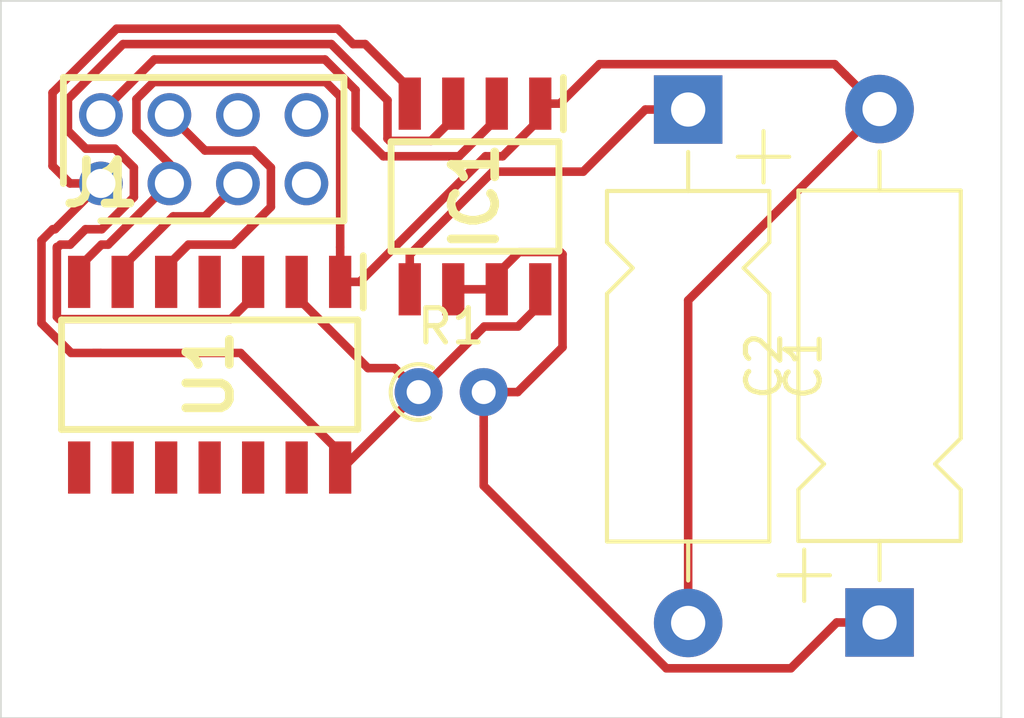
<source format=kicad_pcb>
(kicad_pcb (version 20171130) (host pcbnew "(5.1.0)-1")

  (general
    (thickness 1.6)
    (drawings 5)
    (tracks 120)
    (zones 0)
    (modules 6)
    (nets 19)
  )

  (page A4)
  (layers
    (0 F.Cu signal)
    (31 B.Cu signal)
    (32 B.Adhes user)
    (33 F.Adhes user)
    (34 B.Paste user)
    (35 F.Paste user)
    (36 B.SilkS user)
    (37 F.SilkS user)
    (38 B.Mask user)
    (39 F.Mask user)
    (40 Dwgs.User user)
    (41 Cmts.User user)
    (42 Eco1.User user)
    (43 Eco2.User user)
    (44 Edge.Cuts user)
    (45 Margin user)
    (46 B.CrtYd user)
    (47 F.CrtYd user)
    (48 B.Fab user)
    (49 F.Fab user)
  )

  (setup
    (last_trace_width 0.25)
    (trace_clearance 0.2)
    (zone_clearance 0.508)
    (zone_45_only no)
    (trace_min 0.2)
    (via_size 0.8)
    (via_drill 0.4)
    (via_min_size 0.4)
    (via_min_drill 0.3)
    (uvia_size 0.3)
    (uvia_drill 0.1)
    (uvias_allowed no)
    (uvia_min_size 0.2)
    (uvia_min_drill 0.1)
    (edge_width 0.05)
    (segment_width 0.2)
    (pcb_text_width 0.3)
    (pcb_text_size 1.5 1.5)
    (mod_edge_width 0.12)
    (mod_text_size 1 1)
    (mod_text_width 0.15)
    (pad_size 1.524 1.524)
    (pad_drill 0.762)
    (pad_to_mask_clearance 0.051)
    (solder_mask_min_width 0.25)
    (aux_axis_origin 0 0)
    (visible_elements 7FFFFFFF)
    (pcbplotparams
      (layerselection 0x010fc_ffffffff)
      (usegerberextensions false)
      (usegerberattributes false)
      (usegerberadvancedattributes false)
      (creategerberjobfile false)
      (excludeedgelayer true)
      (linewidth 0.100000)
      (plotframeref false)
      (viasonmask false)
      (mode 1)
      (useauxorigin false)
      (hpglpennumber 1)
      (hpglpenspeed 20)
      (hpglpendiameter 15.000000)
      (psnegative false)
      (psa4output false)
      (plotreference true)
      (plotvalue true)
      (plotinvisibletext false)
      (padsonsilk false)
      (subtractmaskfromsilk false)
      (outputformat 1)
      (mirror false)
      (drillshape 0)
      (scaleselection 1)
      (outputdirectory "Discharge/"))
  )

  (net 0 "")
  (net 1 "Net-(C1-Pad2)")
  (net 2 "Net-(C1-Pad1)")
  (net 3 "Net-(C2-Pad1)")
  (net 4 "Net-(IC1-Pad2)")
  (net 5 "Net-(IC1-Pad3)")
  (net 6 "Net-(IC1-Pad4)")
  (net 7 "Net-(J1-Pad4)")
  (net 8 "Net-(J1-Pad5)")
  (net 9 "Net-(J1-Pad6)")
  (net 10 "Net-(J1-Pad7)")
  (net 11 "Net-(J1-Pad8)")
  (net 12 "Net-(U1-Pad4)")
  (net 13 "Net-(U1-Pad8)")
  (net 14 "Net-(U1-Pad9)")
  (net 15 "Net-(U1-Pad10)")
  (net 16 "Net-(U1-Pad11)")
  (net 17 "Net-(U1-Pad12)")
  (net 18 "Net-(U1-Pad13)")

  (net_class Default "This is the default net class."
    (clearance 0.2)
    (trace_width 0.25)
    (via_dia 0.8)
    (via_drill 0.4)
    (uvia_dia 0.3)
    (uvia_drill 0.1)
    (add_net "Net-(C1-Pad1)")
    (add_net "Net-(C1-Pad2)")
    (add_net "Net-(C2-Pad1)")
    (add_net "Net-(IC1-Pad2)")
    (add_net "Net-(IC1-Pad3)")
    (add_net "Net-(IC1-Pad4)")
    (add_net "Net-(J1-Pad4)")
    (add_net "Net-(J1-Pad5)")
    (add_net "Net-(J1-Pad6)")
    (add_net "Net-(J1-Pad7)")
    (add_net "Net-(J1-Pad8)")
    (add_net "Net-(U1-Pad10)")
    (add_net "Net-(U1-Pad11)")
    (add_net "Net-(U1-Pad12)")
    (add_net "Net-(U1-Pad13)")
    (add_net "Net-(U1-Pad4)")
    (add_net "Net-(U1-Pad8)")
    (add_net "Net-(U1-Pad9)")
  )

  (module SamacSys_Parts:SOIC127P600X175-14N (layer F.Cu) (tedit 0) (tstamp 5D4C43D8)
    (at 51.181 89.027 270)
    (descr "D(R-PDSO-G14)")
    (tags "Integrated Circuit")
    (path /5D359DB4)
    (attr smd)
    (fp_text reference U1 (at 0 0 270) (layer F.SilkS)
      (effects (font (size 1.27 1.27) (thickness 0.254)))
    )
    (fp_text value SN74LS74AD (at 0 0 270) (layer F.SilkS) hide
      (effects (font (size 1.27 1.27) (thickness 0.254)))
    )
    (fp_text user %R (at 0 0 270) (layer F.Fab)
      (effects (font (size 1.27 1.27) (thickness 0.254)))
    )
    (fp_line (start -3.725 -4.625) (end 3.725 -4.625) (layer F.CrtYd) (width 0.05))
    (fp_line (start 3.725 -4.625) (end 3.725 4.625) (layer F.CrtYd) (width 0.05))
    (fp_line (start 3.725 4.625) (end -3.725 4.625) (layer F.CrtYd) (width 0.05))
    (fp_line (start -3.725 4.625) (end -3.725 -4.625) (layer F.CrtYd) (width 0.05))
    (fp_line (start -1.95 -4.325) (end 1.95 -4.325) (layer F.Fab) (width 0.1))
    (fp_line (start 1.95 -4.325) (end 1.95 4.325) (layer F.Fab) (width 0.1))
    (fp_line (start 1.95 4.325) (end -1.95 4.325) (layer F.Fab) (width 0.1))
    (fp_line (start -1.95 4.325) (end -1.95 -4.325) (layer F.Fab) (width 0.1))
    (fp_line (start -1.95 -3.055) (end -0.68 -4.325) (layer F.Fab) (width 0.1))
    (fp_line (start -1.6 -4.325) (end 1.6 -4.325) (layer F.SilkS) (width 0.2))
    (fp_line (start 1.6 -4.325) (end 1.6 4.325) (layer F.SilkS) (width 0.2))
    (fp_line (start 1.6 4.325) (end -1.6 4.325) (layer F.SilkS) (width 0.2))
    (fp_line (start -1.6 4.325) (end -1.6 -4.325) (layer F.SilkS) (width 0.2))
    (fp_line (start -3.475 -4.485) (end -1.95 -4.485) (layer F.SilkS) (width 0.2))
    (pad 1 smd rect (at -2.712 -3.81) (size 0.65 1.525) (layers F.Cu F.Paste F.Mask)
      (net 1 "Net-(C1-Pad2)"))
    (pad 2 smd rect (at -2.712 -2.54) (size 0.65 1.525) (layers F.Cu F.Paste F.Mask)
      (net 6 "Net-(IC1-Pad4)"))
    (pad 3 smd rect (at -2.712 -1.27) (size 0.65 1.525) (layers F.Cu F.Paste F.Mask)
      (net 5 "Net-(IC1-Pad3)"))
    (pad 4 smd rect (at -2.712 0) (size 0.65 1.525) (layers F.Cu F.Paste F.Mask)
      (net 12 "Net-(U1-Pad4)"))
    (pad 5 smd rect (at -2.712 1.27) (size 0.65 1.525) (layers F.Cu F.Paste F.Mask)
      (net 7 "Net-(J1-Pad4)"))
    (pad 6 smd rect (at -2.712 2.54) (size 0.65 1.525) (layers F.Cu F.Paste F.Mask)
      (net 8 "Net-(J1-Pad5)"))
    (pad 7 smd rect (at -2.712 3.81) (size 0.65 1.525) (layers F.Cu F.Paste F.Mask)
      (net 1 "Net-(C1-Pad2)"))
    (pad 8 smd rect (at 2.712 3.81) (size 0.65 1.525) (layers F.Cu F.Paste F.Mask)
      (net 13 "Net-(U1-Pad8)"))
    (pad 9 smd rect (at 2.712 2.54) (size 0.65 1.525) (layers F.Cu F.Paste F.Mask)
      (net 14 "Net-(U1-Pad9)"))
    (pad 10 smd rect (at 2.712 1.27) (size 0.65 1.525) (layers F.Cu F.Paste F.Mask)
      (net 15 "Net-(U1-Pad10)"))
    (pad 11 smd rect (at 2.712 0) (size 0.65 1.525) (layers F.Cu F.Paste F.Mask)
      (net 16 "Net-(U1-Pad11)"))
    (pad 12 smd rect (at 2.712 -1.27) (size 0.65 1.525) (layers F.Cu F.Paste F.Mask)
      (net 17 "Net-(U1-Pad12)"))
    (pad 13 smd rect (at 2.712 -2.54) (size 0.65 1.525) (layers F.Cu F.Paste F.Mask)
      (net 18 "Net-(U1-Pad13)"))
    (pad 14 smd rect (at 2.712 -3.81) (size 0.65 1.525) (layers F.Cu F.Paste F.Mask)
      (net 6 "Net-(IC1-Pad4)"))
    (model "F:\\FS electric vehicle\\KiCAD Models\\SamacSys_Parts.3dshapes\\SN74LS74AD.stp"
      (at (xyz 0 0 0))
      (scale (xyz 1 1 1))
      (rotate (xyz 0 0 0))
    )
  )

  (module SamacSys_Parts:SHDR8W46P200_2X4_819X419X444P (layer F.Cu) (tedit 0) (tstamp 5D5D6B89)
    (at 48.006 83.439)
    (descr 79107-7003_a)
    (tags Connector)
    (path /5D5D3B3E)
    (fp_text reference J1 (at 0 0) (layer F.SilkS)
      (effects (font (size 1.27 1.27) (thickness 0.254)))
    )
    (fp_text value 79107-7003 (at 0 0) (layer F.SilkS) hide
      (effects (font (size 1.27 1.27) (thickness 0.254)))
    )
    (fp_line (start -1.095 -3.095) (end -1.095 0) (layer F.SilkS) (width 0.2))
    (fp_line (start 7.095 -3.095) (end -1.095 -3.095) (layer F.SilkS) (width 0.2))
    (fp_line (start 7.095 1.095) (end 7.095 -3.095) (layer F.SilkS) (width 0.2))
    (fp_line (start 0 1.095) (end 7.095 1.095) (layer F.SilkS) (width 0.2))
    (fp_line (start 7.095 1.095) (end -1.095 1.095) (layer F.Fab) (width 0.1))
    (fp_line (start 7.095 -3.095) (end 7.095 1.095) (layer F.Fab) (width 0.1))
    (fp_line (start -1.095 -3.095) (end 7.095 -3.095) (layer F.Fab) (width 0.1))
    (fp_line (start -1.095 1.095) (end -1.095 -3.095) (layer F.Fab) (width 0.1))
    (fp_line (start 7.345 1.345) (end -1.345 1.345) (layer F.CrtYd) (width 0.05))
    (fp_line (start 7.345 -3.345) (end 7.345 1.345) (layer F.CrtYd) (width 0.05))
    (fp_line (start -1.345 -3.345) (end 7.345 -3.345) (layer F.CrtYd) (width 0.05))
    (fp_line (start -1.345 1.345) (end -1.345 -3.345) (layer F.CrtYd) (width 0.05))
    (fp_text user %R (at 0 0) (layer F.Fab)
      (effects (font (size 1.27 1.27) (thickness 0.254)))
    )
    (pad 8 thru_hole circle (at 6 -2) (size 1.275 1.275) (drill 0.85) (layers *.Cu *.Mask)
      (net 11 "Net-(J1-Pad8)"))
    (pad 7 thru_hole circle (at 6 0) (size 1.275 1.275) (drill 0.85) (layers *.Cu *.Mask)
      (net 10 "Net-(J1-Pad7)"))
    (pad 6 thru_hole circle (at 4 -2) (size 1.275 1.275) (drill 0.85) (layers *.Cu *.Mask)
      (net 9 "Net-(J1-Pad6)"))
    (pad 5 thru_hole circle (at 4 0) (size 1.275 1.275) (drill 0.85) (layers *.Cu *.Mask)
      (net 8 "Net-(J1-Pad5)"))
    (pad 4 thru_hole circle (at 2 -2) (size 1.275 1.275) (drill 0.85) (layers *.Cu *.Mask)
      (net 7 "Net-(J1-Pad4)"))
    (pad 3 thru_hole circle (at 2 0) (size 1.275 1.275) (drill 0.85) (layers *.Cu *.Mask)
      (net 1 "Net-(C1-Pad2)"))
    (pad 2 thru_hole circle (at 0 -2) (size 1.275 1.275) (drill 0.85) (layers *.Cu *.Mask)
      (net 4 "Net-(IC1-Pad2)"))
    (pad 1 thru_hole circle (at 0 0) (size 1.275 1.275) (drill 0.85) (layers *.Cu *.Mask)
      (net 6 "Net-(IC1-Pad4)"))
    (model "F:\\FS electric vehicle\\KiCAD Models\\SamacSys_Parts.3dshapes\\79107-7003.stp"
      (at (xyz 0 0 0))
      (scale (xyz 1 1 1))
      (rotate (xyz 0 0 0))
    )
  )

  (module Capacitor_THT:CP_Axial_L10.0mm_D4.5mm_P15.00mm_Horizontal (layer F.Cu) (tedit 5AE50EF2) (tstamp 5D4C434F)
    (at 65.151 81.28 270)
    (descr "CP, Axial series, Axial, Horizontal, pin pitch=15mm, , length*diameter=10*4.5mm^2, Electrolytic Capacitor, , http://www.vishay.com/docs/28325/021asm.pdf")
    (tags "CP Axial series Axial Horizontal pin pitch 15mm  length 10mm diameter 4.5mm Electrolytic Capacitor")
    (path /5D3603AA)
    (fp_text reference C1 (at 7.5 -3.37 270) (layer F.SilkS)
      (effects (font (size 1 1) (thickness 0.15)))
    )
    (fp_text value 0.1u (at 7.5 3.37 270) (layer F.Fab)
      (effects (font (size 1 1) (thickness 0.15)))
    )
    (fp_text user %R (at 7.5 0 270) (layer F.Fab)
      (effects (font (size 1 1) (thickness 0.15)))
    )
    (fp_line (start 16.25 -2.5) (end -1.25 -2.5) (layer F.CrtYd) (width 0.05))
    (fp_line (start 16.25 2.5) (end 16.25 -2.5) (layer F.CrtYd) (width 0.05))
    (fp_line (start -1.25 2.5) (end 16.25 2.5) (layer F.CrtYd) (width 0.05))
    (fp_line (start -1.25 -2.5) (end -1.25 2.5) (layer F.CrtYd) (width 0.05))
    (fp_line (start 13.76 0) (end 12.62 0) (layer F.SilkS) (width 0.12))
    (fp_line (start 1.24 0) (end 2.38 0) (layer F.SilkS) (width 0.12))
    (fp_line (start 5.38 2.37) (end 12.62 2.37) (layer F.SilkS) (width 0.12))
    (fp_line (start 4.63 1.62) (end 5.38 2.37) (layer F.SilkS) (width 0.12))
    (fp_line (start 3.88 2.37) (end 4.63 1.62) (layer F.SilkS) (width 0.12))
    (fp_line (start 2.38 2.37) (end 3.88 2.37) (layer F.SilkS) (width 0.12))
    (fp_line (start 5.38 -2.37) (end 12.62 -2.37) (layer F.SilkS) (width 0.12))
    (fp_line (start 4.63 -1.62) (end 5.38 -2.37) (layer F.SilkS) (width 0.12))
    (fp_line (start 3.88 -2.37) (end 4.63 -1.62) (layer F.SilkS) (width 0.12))
    (fp_line (start 2.38 -2.37) (end 3.88 -2.37) (layer F.SilkS) (width 0.12))
    (fp_line (start 12.62 -2.37) (end 12.62 2.37) (layer F.SilkS) (width 0.12))
    (fp_line (start 2.38 -2.37) (end 2.38 2.37) (layer F.SilkS) (width 0.12))
    (fp_line (start 1.38 -2.95) (end 1.38 -1.45) (layer F.SilkS) (width 0.12))
    (fp_line (start 0.63 -2.2) (end 2.13 -2.2) (layer F.SilkS) (width 0.12))
    (fp_line (start 4.65 -0.75) (end 4.65 0.75) (layer F.Fab) (width 0.1))
    (fp_line (start 3.9 0) (end 5.4 0) (layer F.Fab) (width 0.1))
    (fp_line (start 15 0) (end 12.5 0) (layer F.Fab) (width 0.1))
    (fp_line (start 0 0) (end 2.5 0) (layer F.Fab) (width 0.1))
    (fp_line (start 5.38 2.25) (end 12.5 2.25) (layer F.Fab) (width 0.1))
    (fp_line (start 4.63 1.5) (end 5.38 2.25) (layer F.Fab) (width 0.1))
    (fp_line (start 3.88 2.25) (end 4.63 1.5) (layer F.Fab) (width 0.1))
    (fp_line (start 2.5 2.25) (end 3.88 2.25) (layer F.Fab) (width 0.1))
    (fp_line (start 5.38 -2.25) (end 12.5 -2.25) (layer F.Fab) (width 0.1))
    (fp_line (start 4.63 -1.5) (end 5.38 -2.25) (layer F.Fab) (width 0.1))
    (fp_line (start 3.88 -2.25) (end 4.63 -1.5) (layer F.Fab) (width 0.1))
    (fp_line (start 2.5 -2.25) (end 3.88 -2.25) (layer F.Fab) (width 0.1))
    (fp_line (start 12.5 -2.25) (end 12.5 2.25) (layer F.Fab) (width 0.1))
    (fp_line (start 2.5 -2.25) (end 2.5 2.25) (layer F.Fab) (width 0.1))
    (pad 2 thru_hole oval (at 15 0 270) (size 2 2) (drill 1) (layers *.Cu *.Mask)
      (net 1 "Net-(C1-Pad2)"))
    (pad 1 thru_hole rect (at 0 0 270) (size 2 2) (drill 1) (layers *.Cu *.Mask)
      (net 2 "Net-(C1-Pad1)"))
    (model ${KISYS3DMOD}/Capacitor_THT.3dshapes/CP_Axial_L10.0mm_D4.5mm_P15.00mm_Horizontal.wrl
      (at (xyz 0 0 0))
      (scale (xyz 1 1 1))
      (rotate (xyz 0 0 0))
    )
  )

  (module Capacitor_THT:CP_Axial_L10.0mm_D4.5mm_P15.00mm_Horizontal (layer F.Cu) (tedit 5AE50EF2) (tstamp 5D4C4376)
    (at 70.739 96.266 90)
    (descr "CP, Axial series, Axial, Horizontal, pin pitch=15mm, , length*diameter=10*4.5mm^2, Electrolytic Capacitor, , http://www.vishay.com/docs/28325/021asm.pdf")
    (tags "CP Axial series Axial Horizontal pin pitch 15mm  length 10mm diameter 4.5mm Electrolytic Capacitor")
    (path /5D35EE03)
    (fp_text reference C2 (at 7.5 -3.37 90) (layer F.SilkS)
      (effects (font (size 1 1) (thickness 0.15)))
    )
    (fp_text value 100u (at 7.5 3.37 90) (layer F.Fab)
      (effects (font (size 1 1) (thickness 0.15)))
    )
    (fp_line (start 2.5 -2.25) (end 2.5 2.25) (layer F.Fab) (width 0.1))
    (fp_line (start 12.5 -2.25) (end 12.5 2.25) (layer F.Fab) (width 0.1))
    (fp_line (start 2.5 -2.25) (end 3.88 -2.25) (layer F.Fab) (width 0.1))
    (fp_line (start 3.88 -2.25) (end 4.63 -1.5) (layer F.Fab) (width 0.1))
    (fp_line (start 4.63 -1.5) (end 5.38 -2.25) (layer F.Fab) (width 0.1))
    (fp_line (start 5.38 -2.25) (end 12.5 -2.25) (layer F.Fab) (width 0.1))
    (fp_line (start 2.5 2.25) (end 3.88 2.25) (layer F.Fab) (width 0.1))
    (fp_line (start 3.88 2.25) (end 4.63 1.5) (layer F.Fab) (width 0.1))
    (fp_line (start 4.63 1.5) (end 5.38 2.25) (layer F.Fab) (width 0.1))
    (fp_line (start 5.38 2.25) (end 12.5 2.25) (layer F.Fab) (width 0.1))
    (fp_line (start 0 0) (end 2.5 0) (layer F.Fab) (width 0.1))
    (fp_line (start 15 0) (end 12.5 0) (layer F.Fab) (width 0.1))
    (fp_line (start 3.9 0) (end 5.4 0) (layer F.Fab) (width 0.1))
    (fp_line (start 4.65 -0.75) (end 4.65 0.75) (layer F.Fab) (width 0.1))
    (fp_line (start 0.63 -2.2) (end 2.13 -2.2) (layer F.SilkS) (width 0.12))
    (fp_line (start 1.38 -2.95) (end 1.38 -1.45) (layer F.SilkS) (width 0.12))
    (fp_line (start 2.38 -2.37) (end 2.38 2.37) (layer F.SilkS) (width 0.12))
    (fp_line (start 12.62 -2.37) (end 12.62 2.37) (layer F.SilkS) (width 0.12))
    (fp_line (start 2.38 -2.37) (end 3.88 -2.37) (layer F.SilkS) (width 0.12))
    (fp_line (start 3.88 -2.37) (end 4.63 -1.62) (layer F.SilkS) (width 0.12))
    (fp_line (start 4.63 -1.62) (end 5.38 -2.37) (layer F.SilkS) (width 0.12))
    (fp_line (start 5.38 -2.37) (end 12.62 -2.37) (layer F.SilkS) (width 0.12))
    (fp_line (start 2.38 2.37) (end 3.88 2.37) (layer F.SilkS) (width 0.12))
    (fp_line (start 3.88 2.37) (end 4.63 1.62) (layer F.SilkS) (width 0.12))
    (fp_line (start 4.63 1.62) (end 5.38 2.37) (layer F.SilkS) (width 0.12))
    (fp_line (start 5.38 2.37) (end 12.62 2.37) (layer F.SilkS) (width 0.12))
    (fp_line (start 1.24 0) (end 2.38 0) (layer F.SilkS) (width 0.12))
    (fp_line (start 13.76 0) (end 12.62 0) (layer F.SilkS) (width 0.12))
    (fp_line (start -1.25 -2.5) (end -1.25 2.5) (layer F.CrtYd) (width 0.05))
    (fp_line (start -1.25 2.5) (end 16.25 2.5) (layer F.CrtYd) (width 0.05))
    (fp_line (start 16.25 2.5) (end 16.25 -2.5) (layer F.CrtYd) (width 0.05))
    (fp_line (start 16.25 -2.5) (end -1.25 -2.5) (layer F.CrtYd) (width 0.05))
    (fp_text user %R (at 7.5 0 90) (layer F.Fab)
      (effects (font (size 1 1) (thickness 0.15)))
    )
    (pad 1 thru_hole rect (at 0 0 90) (size 2 2) (drill 1) (layers *.Cu *.Mask)
      (net 3 "Net-(C2-Pad1)"))
    (pad 2 thru_hole oval (at 15 0 90) (size 2 2) (drill 1) (layers *.Cu *.Mask)
      (net 1 "Net-(C1-Pad2)"))
    (model ${KISYS3DMOD}/Capacitor_THT.3dshapes/CP_Axial_L10.0mm_D4.5mm_P15.00mm_Horizontal.wrl
      (at (xyz 0 0 0))
      (scale (xyz 1 1 1))
      (rotate (xyz 0 0 0))
    )
  )

  (module SamacSys_Parts:NE555DR (layer F.Cu) (tedit 0) (tstamp 5D4C4390)
    (at 58.928 83.82 270)
    (descr "D (R-PDSO-G8)")
    (tags "Integrated Circuit")
    (path /5D4C44DF)
    (attr smd)
    (fp_text reference IC1 (at 0 0 270) (layer F.SilkS)
      (effects (font (size 1.27 1.27) (thickness 0.254)))
    )
    (fp_text value LM555CN_NOPB (at 0 0 270) (layer F.SilkS) hide
      (effects (font (size 1.27 1.27) (thickness 0.254)))
    )
    (fp_line (start -3.725 -2.75) (end 3.725 -2.75) (layer Dwgs.User) (width 0.05))
    (fp_line (start 3.725 -2.75) (end 3.725 2.75) (layer Dwgs.User) (width 0.05))
    (fp_line (start 3.725 2.75) (end -3.725 2.75) (layer Dwgs.User) (width 0.05))
    (fp_line (start -3.725 2.75) (end -3.725 -2.75) (layer Dwgs.User) (width 0.05))
    (fp_line (start -1.95 -2.45) (end 1.95 -2.45) (layer Dwgs.User) (width 0.1))
    (fp_line (start 1.95 -2.45) (end 1.95 2.45) (layer Dwgs.User) (width 0.1))
    (fp_line (start 1.95 2.45) (end -1.95 2.45) (layer Dwgs.User) (width 0.1))
    (fp_line (start -1.95 2.45) (end -1.95 -2.45) (layer Dwgs.User) (width 0.1))
    (fp_line (start -1.95 -1.18) (end -0.68 -2.45) (layer Dwgs.User) (width 0.1))
    (fp_line (start -1.6 -2.45) (end 1.6 -2.45) (layer F.SilkS) (width 0.2))
    (fp_line (start 1.6 -2.45) (end 1.6 2.45) (layer F.SilkS) (width 0.2))
    (fp_line (start 1.6 2.45) (end -1.6 2.45) (layer F.SilkS) (width 0.2))
    (fp_line (start -1.6 2.45) (end -1.6 -2.45) (layer F.SilkS) (width 0.2))
    (fp_line (start -3.475 -2.58) (end -1.95 -2.58) (layer F.SilkS) (width 0.2))
    (pad 1 smd rect (at -2.712 -1.905) (size 0.65 1.525) (layers F.Cu F.Paste)
      (net 1 "Net-(C1-Pad2)"))
    (pad 2 smd rect (at -2.712 -0.635) (size 0.65 1.525) (layers F.Cu F.Paste)
      (net 4 "Net-(IC1-Pad2)"))
    (pad 3 smd rect (at -2.712 0.635) (size 0.65 1.525) (layers F.Cu F.Paste)
      (net 5 "Net-(IC1-Pad3)"))
    (pad 4 smd rect (at -2.712 1.905) (size 0.65 1.525) (layers F.Cu F.Paste)
      (net 6 "Net-(IC1-Pad4)"))
    (pad 5 smd rect (at 2.712 1.905) (size 0.65 1.525) (layers F.Cu F.Paste)
      (net 2 "Net-(C1-Pad1)"))
    (pad 6 smd rect (at 2.712 0.635) (size 0.65 1.525) (layers F.Cu F.Paste)
      (net 3 "Net-(C2-Pad1)"))
    (pad 7 smd rect (at 2.712 -0.635) (size 0.65 1.525) (layers F.Cu F.Paste)
      (net 3 "Net-(C2-Pad1)"))
    (pad 8 smd rect (at 2.712 -1.905) (size 0.65 1.525) (layers F.Cu F.Paste)
      (net 6 "Net-(IC1-Pad4)"))
    (model "F:\\FS electric vehicle\\KiCAD Models\\SamacSys_Parts.3dshapes\\NE555DR.stp"
      (at (xyz 0 0 0))
      (scale (xyz 1 1 1))
      (rotate (xyz 0 0 0))
    )
  )

  (module Resistor_THT:R_Axial_DIN0204_L3.6mm_D1.6mm_P1.90mm_Vertical (layer F.Cu) (tedit 5AE5139B) (tstamp 5D4C43B7)
    (at 57.282 89.535)
    (descr "Resistor, Axial_DIN0204 series, Axial, Vertical, pin pitch=1.9mm, 0.167W, length*diameter=3.6*1.6mm^2, http://cdn-reichelt.de/documents/datenblatt/B400/1_4W%23YAG.pdf")
    (tags "Resistor Axial_DIN0204 series Axial Vertical pin pitch 1.9mm 0.167W length 3.6mm diameter 1.6mm")
    (path /5D35D77C)
    (fp_text reference R1 (at 0.95 -1.92) (layer F.SilkS)
      (effects (font (size 1 1) (thickness 0.15)))
    )
    (fp_text value 10k (at 0.95 1.92) (layer F.Fab)
      (effects (font (size 1 1) (thickness 0.15)))
    )
    (fp_arc (start 0 0) (end 0.417133 -0.7) (angle -233.92106) (layer F.SilkS) (width 0.12))
    (fp_circle (center 0 0) (end 0.8 0) (layer F.Fab) (width 0.1))
    (fp_line (start 0 0) (end 1.9 0) (layer F.Fab) (width 0.1))
    (fp_line (start -1.05 -1.05) (end -1.05 1.05) (layer F.CrtYd) (width 0.05))
    (fp_line (start -1.05 1.05) (end 2.86 1.05) (layer F.CrtYd) (width 0.05))
    (fp_line (start 2.86 1.05) (end 2.86 -1.05) (layer F.CrtYd) (width 0.05))
    (fp_line (start 2.86 -1.05) (end -1.05 -1.05) (layer F.CrtYd) (width 0.05))
    (fp_text user %R (at 0.95 -1.92) (layer F.Fab)
      (effects (font (size 1 1) (thickness 0.15)))
    )
    (pad 1 thru_hole circle (at 0 0) (size 1.4 1.4) (drill 0.7) (layers *.Cu *.Mask)
      (net 6 "Net-(IC1-Pad4)"))
    (pad 2 thru_hole oval (at 1.9 0) (size 1.4 1.4) (drill 0.7) (layers *.Cu *.Mask)
      (net 3 "Net-(C2-Pad1)"))
    (model ${KISYS3DMOD}/Resistor_THT.3dshapes/R_Axial_DIN0204_L3.6mm_D1.6mm_P1.90mm_Vertical.wrl
      (at (xyz 0 0 0))
      (scale (xyz 1 1 1))
      (rotate (xyz 0 0 0))
    )
  )

  (gr_line (start 45.085 99.06) (end 45.085 78.105) (layer Edge.Cuts) (width 0.05) (tstamp 5D5D78FA))
  (gr_line (start 74.295 99.06) (end 45.085 99.06) (layer Edge.Cuts) (width 0.05))
  (gr_line (start 74.295 78.105) (end 74.295 99.06) (layer Edge.Cuts) (width 0.05))
  (gr_line (start 45.085 78.105) (end 74.295 78.105) (layer Edge.Cuts) (width 0.05))
  (gr_text DISCHARGE (at 53.34 94.742) (layer F.Mask)
    (effects (font (size 1.5 1.5) (thickness 0.3)))
  )

  (segment (start 60.833 81.5455) (end 60.833 81.108) (width 0.25) (layer F.Cu) (net 1))
  (segment (start 59.73299 82.64551) (end 60.833 81.5455) (width 0.25) (layer F.Cu) (net 1))
  (segment (start 54.991 86.315) (end 54.991 85.8775) (width 0.25) (layer F.Cu) (net 1))
  (segment (start 69.739001 80.266001) (end 70.739 81.266) (width 0.25) (layer F.Cu) (net 1))
  (segment (start 69.427999 79.954999) (end 69.739001 80.266001) (width 0.25) (layer F.Cu) (net 1))
  (segment (start 62.561001 79.954999) (end 69.427999 79.954999) (width 0.25) (layer F.Cu) (net 1))
  (segment (start 61.408 81.108) (end 62.561001 79.954999) (width 0.25) (layer F.Cu) (net 1))
  (segment (start 60.833 81.108) (end 61.408 81.108) (width 0.25) (layer F.Cu) (net 1))
  (segment (start 65.151 86.854) (end 70.739 81.266) (width 0.25) (layer F.Cu) (net 1))
  (segment (start 65.151 96.28) (end 65.151 86.854) (width 0.25) (layer F.Cu) (net 1))
  (segment (start 54.568499 80.476499) (end 54.991 80.899) (width 0.25) (layer F.Cu) (net 1))
  (segment (start 54.991 85.3025) (end 54.991 86.315) (width 0.25) (layer F.Cu) (net 1))
  (segment (start 54.991 80.899) (end 54.991 85.3025) (width 0.25) (layer F.Cu) (net 1))
  (segment (start 49.543999 80.476499) (end 54.568499 80.476499) (width 0.25) (layer F.Cu) (net 1))
  (segment (start 49.043499 80.976999) (end 49.543999 80.476499) (width 0.25) (layer F.Cu) (net 1))
  (segment (start 49.043499 81.901001) (end 49.043499 80.976999) (width 0.25) (layer F.Cu) (net 1))
  (segment (start 50.006 82.863502) (end 49.043499 81.901001) (width 0.25) (layer F.Cu) (net 1))
  (segment (start 50.006 83.439) (end 50.006 82.863502) (width 0.25) (layer F.Cu) (net 1))
  (segment (start 47.371 85.8775) (end 47.371 86.315) (width 0.25) (layer F.Cu) (net 1))
  (segment (start 48.021001 85.227499) (end 47.371 85.8775) (width 0.25) (layer F.Cu) (net 1))
  (segment (start 48.217501 85.227499) (end 48.021001 85.227499) (width 0.25) (layer F.Cu) (net 1))
  (segment (start 50.006 83.439) (end 48.217501 85.227499) (width 0.25) (layer F.Cu) (net 1))
  (segment (start 55.566 86.315) (end 54.991 86.315) (width 0.25) (layer F.Cu) (net 1))
  (segment (start 59.23549 82.64551) (end 55.566 86.315) (width 0.25) (layer F.Cu) (net 1))
  (segment (start 59.73299 82.64551) (end 59.23549 82.64551) (width 0.25) (layer F.Cu) (net 1))
  (segment (start 63.901 81.28) (end 65.151 81.28) (width 0.25) (layer F.Cu) (net 2))
  (segment (start 62.085481 83.095519) (end 63.901 81.28) (width 0.25) (layer F.Cu) (net 2))
  (segment (start 59.446981 83.095519) (end 62.085481 83.095519) (width 0.25) (layer F.Cu) (net 2))
  (segment (start 57.023 85.5195) (end 59.446981 83.095519) (width 0.25) (layer F.Cu) (net 2))
  (segment (start 57.023 86.532) (end 57.023 85.5195) (width 0.25) (layer F.Cu) (net 2))
  (segment (start 58.293 86.532) (end 59.563 86.532) (width 0.25) (layer F.Cu) (net 3))
  (segment (start 59.563 86.0945) (end 59.563 86.532) (width 0.25) (layer F.Cu) (net 3))
  (segment (start 61.418001 85.444499) (end 60.213001 85.444499) (width 0.25) (layer F.Cu) (net 3))
  (segment (start 61.483001 88.223948) (end 61.483001 85.509499) (width 0.25) (layer F.Cu) (net 3))
  (segment (start 61.483001 85.509499) (end 61.418001 85.444499) (width 0.25) (layer F.Cu) (net 3))
  (segment (start 60.171949 89.535) (end 61.483001 88.223948) (width 0.25) (layer F.Cu) (net 3))
  (segment (start 60.213001 85.444499) (end 59.563 86.0945) (width 0.25) (layer F.Cu) (net 3))
  (segment (start 59.182 89.535) (end 60.171949 89.535) (width 0.25) (layer F.Cu) (net 3))
  (segment (start 59.182 90.524949) (end 59.182 89.535) (width 0.25) (layer F.Cu) (net 3))
  (segment (start 59.182 92.272002) (end 59.182 90.524949) (width 0.25) (layer F.Cu) (net 3))
  (segment (start 64.514999 97.605001) (end 59.182 92.272002) (width 0.25) (layer F.Cu) (net 3))
  (segment (start 68.149999 97.605001) (end 64.514999 97.605001) (width 0.25) (layer F.Cu) (net 3))
  (segment (start 69.489 96.266) (end 68.149999 97.605001) (width 0.25) (layer F.Cu) (net 3))
  (segment (start 70.739 96.266) (end 69.489 96.266) (width 0.25) (layer F.Cu) (net 3))
  (segment (start 56.251599 82.645511) (end 58.462989 82.645511) (width 0.25) (layer F.Cu) (net 4))
  (segment (start 58.462989 82.645511) (end 59.563 81.5455) (width 0.25) (layer F.Cu) (net 4))
  (segment (start 48.006 81.439) (end 48.006 81.378088) (width 0.25) (layer F.Cu) (net 4))
  (segment (start 48.006 81.378088) (end 49.566079 79.818009) (width 0.25) (layer F.Cu) (net 4))
  (segment (start 49.566079 79.818009) (end 54.546419 79.818009) (width 0.25) (layer F.Cu) (net 4))
  (segment (start 54.546419 79.818009) (end 55.441009 80.712599) (width 0.25) (layer F.Cu) (net 4))
  (segment (start 55.441009 80.712599) (end 55.441009 81.834921) (width 0.25) (layer F.Cu) (net 4))
  (segment (start 59.563 81.5455) (end 59.563 81.108) (width 0.25) (layer F.Cu) (net 4))
  (segment (start 55.441009 81.834921) (end 56.251599 82.645511) (width 0.25) (layer F.Cu) (net 4))
  (segment (start 58.293 81.108) (end 58.293 80.6705) (width 0.25) (layer F.Cu) (net 5))
  (segment (start 52.451 86.7525) (end 52.451 86.315) (width 0.25) (layer F.Cu) (net 5))
  (segment (start 46.785999 87.402501) (end 51.800999 87.402501) (width 0.25) (layer F.Cu) (net 5))
  (segment (start 46.720999 87.337501) (end 46.785999 87.402501) (width 0.25) (layer F.Cu) (net 5))
  (segment (start 56.372999 81.008179) (end 54.73282 79.368) (width 0.25) (layer F.Cu) (net 5))
  (segment (start 48.414502 82.423) (end 48.968501 82.976999) (width 0.25) (layer F.Cu) (net 5))
  (segment (start 56.372999 82.130501) (end 56.372999 81.008179) (width 0.25) (layer F.Cu) (net 5))
  (segment (start 56.437999 82.195501) (end 56.372999 82.130501) (width 0.25) (layer F.Cu) (net 5))
  (segment (start 57.642999 82.195501) (end 56.437999 82.195501) (width 0.25) (layer F.Cu) (net 5))
  (segment (start 48.968501 82.976999) (end 48.968501 83.840089) (width 0.25) (layer F.Cu) (net 5))
  (segment (start 58.293 81.108) (end 58.293 81.5455) (width 0.25) (layer F.Cu) (net 5))
  (segment (start 58.293 81.5455) (end 57.642999 82.195501) (width 0.25) (layer F.Cu) (net 5))
  (segment (start 47.043499 81.901001) (end 47.565498 82.423) (width 0.25) (layer F.Cu) (net 5))
  (segment (start 54.73282 79.368) (end 48.652498 79.368) (width 0.25) (layer F.Cu) (net 5))
  (segment (start 48.652498 79.368) (end 47.043499 80.976999) (width 0.25) (layer F.Cu) (net 5))
  (segment (start 47.043499 80.976999) (end 47.043499 81.901001) (width 0.25) (layer F.Cu) (net 5))
  (segment (start 51.800999 87.402501) (end 52.451 86.7525) (width 0.25) (layer F.Cu) (net 5))
  (segment (start 47.565498 82.423) (end 48.414502 82.423) (width 0.25) (layer F.Cu) (net 5))
  (segment (start 47.106501 85.227499) (end 46.822499 85.227499) (width 0.25) (layer F.Cu) (net 5))
  (segment (start 46.822499 85.227499) (end 46.720999 85.328999) (width 0.25) (layer F.Cu) (net 5))
  (segment (start 47.556511 84.777489) (end 47.106501 85.227499) (width 0.25) (layer F.Cu) (net 5))
  (segment (start 48.031101 84.777489) (end 47.556511 84.777489) (width 0.25) (layer F.Cu) (net 5))
  (segment (start 48.968501 83.840089) (end 48.031101 84.777489) (width 0.25) (layer F.Cu) (net 5))
  (segment (start 46.720999 85.328999) (end 46.720999 87.337501) (width 0.25) (layer F.Cu) (net 5))
  (segment (start 46.720999 85.292499) (end 46.720999 85.328999) (width 0.25) (layer F.Cu) (net 5))
  (segment (start 55.078 91.739) (end 54.991 91.739) (width 0.25) (layer F.Cu) (net 6))
  (segment (start 57.282 89.535) (end 55.078 91.739) (width 0.25) (layer F.Cu) (net 6))
  (segment (start 56.582001 88.835001) (end 57.282 89.535) (width 0.25) (layer F.Cu) (net 6))
  (segment (start 55.803501 88.835001) (end 56.582001 88.835001) (width 0.25) (layer F.Cu) (net 6))
  (segment (start 53.721 86.7525) (end 55.803501 88.835001) (width 0.25) (layer F.Cu) (net 6))
  (segment (start 53.721 86.315) (end 53.721 86.7525) (width 0.25) (layer F.Cu) (net 6))
  (segment (start 60.833 86.9695) (end 60.833 86.532) (width 0.25) (layer F.Cu) (net 6))
  (segment (start 60.182999 87.619501) (end 60.833 86.9695) (width 0.25) (layer F.Cu) (net 6))
  (segment (start 59.197499 87.619501) (end 60.182999 87.619501) (width 0.25) (layer F.Cu) (net 6))
  (segment (start 57.282 89.535) (end 59.197499 87.619501) (width 0.25) (layer F.Cu) (net 6))
  (segment (start 57.023 80.6705) (end 55.720499 79.367999) (width 0.25) (layer F.Cu) (net 6))
  (segment (start 57.023 81.108) (end 57.023 80.6705) (width 0.25) (layer F.Cu) (net 6))
  (segment (start 54.991 91.3015) (end 52.0815 88.392) (width 0.25) (layer F.Cu) (net 6))
  (segment (start 54.991 91.739) (end 54.991 91.3015) (width 0.25) (layer F.Cu) (net 6))
  (segment (start 47.139088 88.392) (end 48.006 88.392) (width 0.25) (layer F.Cu) (net 6))
  (segment (start 46.27099 87.523902) (end 47.139088 88.392) (width 0.25) (layer F.Cu) (net 6))
  (segment (start 46.270989 85.106099) (end 46.27099 87.523902) (width 0.25) (layer F.Cu) (net 6))
  (segment (start 46.599599 84.777489) (end 46.270989 85.106099) (width 0.25) (layer F.Cu) (net 6))
  (segment (start 46.667511 84.777489) (end 46.599599 84.777489) (width 0.25) (layer F.Cu) (net 6))
  (segment (start 48.006 83.439) (end 46.667511 84.777489) (width 0.25) (layer F.Cu) (net 6))
  (segment (start 48.006 88.392) (end 47.775498 88.392) (width 0.25) (layer F.Cu) (net 6))
  (segment (start 52.0815 88.392) (end 48.006 88.392) (width 0.25) (layer F.Cu) (net 6))
  (segment (start 47.104439 83.439) (end 48.006 83.439) (width 0.25) (layer F.Cu) (net 6))
  (segment (start 46.593489 82.92805) (end 47.104439 83.439) (width 0.25) (layer F.Cu) (net 6))
  (segment (start 46.593489 80.790599) (end 46.593489 82.92805) (width 0.25) (layer F.Cu) (net 6))
  (segment (start 48.466097 78.917991) (end 46.593489 80.790599) (width 0.25) (layer F.Cu) (net 6))
  (segment (start 54.91922 78.91799) (end 48.466097 78.917991) (width 0.25) (layer F.Cu) (net 6))
  (segment (start 55.369229 79.367999) (end 54.91922 78.91799) (width 0.25) (layer F.Cu) (net 6))
  (segment (start 55.720499 79.367999) (end 55.369229 79.367999) (width 0.25) (layer F.Cu) (net 6))
  (segment (start 50.561001 85.227499) (end 49.911 85.8775) (width 0.25) (layer F.Cu) (net 7))
  (segment (start 51.865999 85.227499) (end 50.561001 85.227499) (width 0.25) (layer F.Cu) (net 7))
  (segment (start 49.911 85.8775) (end 49.911 86.315) (width 0.25) (layer F.Cu) (net 7))
  (segment (start 52.968501 84.124997) (end 51.865999 85.227499) (width 0.25) (layer F.Cu) (net 7))
  (segment (start 52.968501 82.976999) (end 52.968501 84.124997) (width 0.25) (layer F.Cu) (net 7))
  (segment (start 52.468001 82.476499) (end 52.968501 82.976999) (width 0.25) (layer F.Cu) (net 7))
  (segment (start 51.043499 82.476499) (end 52.468001 82.476499) (width 0.25) (layer F.Cu) (net 7))
  (segment (start 50.006 81.439) (end 51.043499 82.476499) (width 0.25) (layer F.Cu) (net 7))
  (segment (start 51.368501 84.076499) (end 52.006 83.439) (width 0.25) (layer F.Cu) (net 8))
  (segment (start 51.043499 84.401501) (end 51.368501 84.076499) (width 0.25) (layer F.Cu) (net 8))
  (segment (start 50.116999 84.401501) (end 51.043499 84.401501) (width 0.25) (layer F.Cu) (net 8))
  (segment (start 48.641 85.8775) (end 50.116999 84.401501) (width 0.25) (layer F.Cu) (net 8))
  (segment (start 48.641 86.315) (end 48.641 85.8775) (width 0.25) (layer F.Cu) (net 8))

)

</source>
